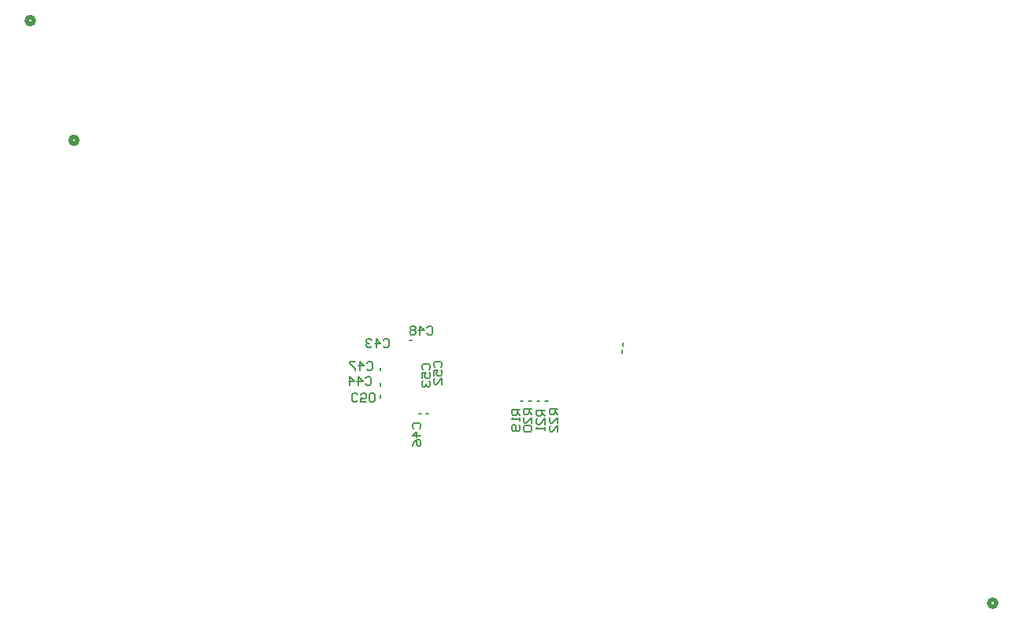
<source format=gbo>
G04*
G04 #@! TF.GenerationSoftware,Altium Limited,Altium Designer,21.6.4 (81)*
G04*
G04 Layer_Color=32896*
%FSLAX25Y25*%
%MOIN*%
G70*
G04*
G04 #@! TF.SameCoordinates,32ACE0EF-A2FC-4BC7-9326-31937D1A4F50*
G04*
G04*
G04 #@! TF.FilePolarity,Positive*
G04*
G01*
G75*
%ADD11C,0.02000*%
%ADD13C,0.00600*%
%ADD14C,0.00787*%
D11*
X53000Y257850D02*
G03*
X53000Y257850I-1500J0D01*
G01*
X34500Y308500D02*
G03*
X34500Y308500I-1500J0D01*
G01*
X441850Y62000D02*
G03*
X441850Y62000I-1500J0D01*
G01*
D13*
X256299Y144299D02*
X252701D01*
Y142499D01*
X253300Y141899D01*
X254500D01*
X255100Y142499D01*
Y144299D01*
Y143099D02*
X256299Y141899D01*
Y138300D02*
Y140700D01*
X253900Y138300D01*
X253300D01*
X252701Y138900D01*
Y140100D01*
X253300Y140700D01*
X256299Y134702D02*
Y137101D01*
X253900Y134702D01*
X253300D01*
X252701Y135301D01*
Y136501D01*
X253300Y137101D01*
X250799Y143699D02*
X247201D01*
Y141899D01*
X247800Y141299D01*
X249000D01*
X249600Y141899D01*
Y143699D01*
Y142499D02*
X250799Y141299D01*
Y137701D02*
Y140100D01*
X248400Y137701D01*
X247800D01*
X247201Y138300D01*
Y139500D01*
X247800Y140100D01*
X250799Y136501D02*
Y135301D01*
Y135901D01*
X247201D01*
X247800Y136501D01*
X245299Y144299D02*
X241701D01*
Y142499D01*
X242300Y141899D01*
X243500D01*
X244100Y142499D01*
Y144299D01*
Y143099D02*
X245299Y141899D01*
Y138300D02*
Y140700D01*
X242900Y138300D01*
X242300D01*
X241701Y138900D01*
Y140100D01*
X242300Y140700D01*
Y137101D02*
X241701Y136501D01*
Y135301D01*
X242300Y134702D01*
X244700D01*
X245299Y135301D01*
Y136501D01*
X244700Y137101D01*
X242300D01*
X240299Y143999D02*
X236701D01*
Y142199D01*
X237300Y141599D01*
X238500D01*
X239100Y142199D01*
Y143999D01*
Y142799D02*
X240299Y141599D01*
Y140400D02*
Y139200D01*
Y139800D01*
X236701D01*
X237300Y140400D01*
X239700Y137401D02*
X240299Y136801D01*
Y135601D01*
X239700Y135001D01*
X237300D01*
X236701Y135601D01*
Y136801D01*
X237300Y137401D01*
X237900D01*
X238500Y136801D01*
Y135001D01*
X175399Y163700D02*
X175999Y164299D01*
X177199D01*
X177798Y163700D01*
Y161300D01*
X177199Y160701D01*
X175999D01*
X175399Y161300D01*
X172400Y160701D02*
Y164299D01*
X174200Y162500D01*
X171800D01*
X170601Y164299D02*
X168201D01*
Y163700D01*
X170601Y161300D01*
Y160701D01*
X199300Y160899D02*
X198701Y161499D01*
Y162699D01*
X199300Y163298D01*
X201700D01*
X202299Y162699D01*
Y161499D01*
X201700Y160899D01*
X198701Y157300D02*
Y159700D01*
X200500D01*
X199900Y158500D01*
Y157900D01*
X200500Y157300D01*
X201700D01*
X202299Y157900D01*
Y159100D01*
X201700Y159700D01*
X199300Y156101D02*
X198701Y155501D01*
Y154301D01*
X199300Y153702D01*
X199900D01*
X200500Y154301D01*
Y154901D01*
Y154301D01*
X201100Y153702D01*
X201700D01*
X202299Y154301D01*
Y155501D01*
X201700Y156101D01*
X204300Y161899D02*
X203701Y162499D01*
Y163699D01*
X204300Y164298D01*
X206700D01*
X207299Y163699D01*
Y162499D01*
X206700Y161899D01*
X203701Y158300D02*
Y160700D01*
X205500D01*
X204900Y159500D01*
Y158900D01*
X205500Y158300D01*
X206700D01*
X207299Y158900D01*
Y160100D01*
X206700Y160700D01*
X207299Y154702D02*
Y157101D01*
X204900Y154702D01*
X204300D01*
X203701Y155301D01*
Y156501D01*
X204300Y157101D01*
X171569Y147800D02*
X170969Y147201D01*
X169770D01*
X169170Y147800D01*
Y150200D01*
X169770Y150799D01*
X170969D01*
X171569Y150200D01*
X175168Y147201D02*
X172769D01*
Y149000D01*
X173969Y148400D01*
X174568D01*
X175168Y149000D01*
Y150200D01*
X174568Y150799D01*
X173369D01*
X172769Y150200D01*
X176368Y147800D02*
X176968Y147201D01*
X178167D01*
X178767Y147800D01*
Y150200D01*
X178167Y150799D01*
X176968D01*
X176368Y150200D01*
Y147800D01*
X200899Y178700D02*
X201499Y179299D01*
X202699D01*
X203298Y178700D01*
Y176300D01*
X202699Y175701D01*
X201499D01*
X200899Y176300D01*
X197900Y175701D02*
Y179299D01*
X199700Y177500D01*
X197300D01*
X196101Y178700D02*
X195501Y179299D01*
X194301D01*
X193702Y178700D01*
Y178100D01*
X194301Y177500D01*
X193702Y176900D01*
Y176300D01*
X194301Y175701D01*
X195501D01*
X196101Y176300D01*
Y176900D01*
X195501Y177500D01*
X196101Y178100D01*
Y178700D01*
X195501Y177500D02*
X194301D01*
X195300Y135899D02*
X194701Y136499D01*
Y137699D01*
X195300Y138298D01*
X197700D01*
X198299Y137699D01*
Y136499D01*
X197700Y135899D01*
X198299Y132900D02*
X194701D01*
X196500Y134700D01*
Y132300D01*
X194701Y128702D02*
X195300Y129901D01*
X196500Y131101D01*
X197700D01*
X198299Y130501D01*
Y129301D01*
X197700Y128702D01*
X197100D01*
X196500Y129301D01*
Y131101D01*
X174899Y157200D02*
X175499Y157799D01*
X176699D01*
X177298Y157200D01*
Y154800D01*
X176699Y154201D01*
X175499D01*
X174899Y154800D01*
X171900Y154201D02*
Y157799D01*
X173700Y156000D01*
X171300D01*
X168301Y154201D02*
Y157799D01*
X170101Y156000D01*
X167701D01*
X182399Y173200D02*
X182999Y173799D01*
X184199D01*
X184799Y173200D01*
Y170800D01*
X184199Y170201D01*
X182999D01*
X182399Y170800D01*
X179400Y170201D02*
Y173799D01*
X181200Y172000D01*
X178800D01*
X177601Y173200D02*
X177001Y173799D01*
X175801D01*
X175201Y173200D01*
Y172600D01*
X175801Y172000D01*
X176401D01*
X175801D01*
X175201Y171400D01*
Y170800D01*
X175801Y170201D01*
X177001D01*
X177601Y170800D01*
D14*
X240409Y147669D02*
X241590D01*
X243909D02*
X245091D01*
X247409D02*
X248590D01*
X250909D02*
X252091D01*
X181169Y153909D02*
Y155090D01*
Y160409D02*
Y161591D01*
X181138Y148909D02*
Y150091D01*
X193409Y173362D02*
X194591D01*
X197409Y142138D02*
X198591D01*
X200409Y142169D02*
X201590D01*
X283638Y167909D02*
Y169091D01*
X283701Y170909D02*
Y172091D01*
M02*

</source>
